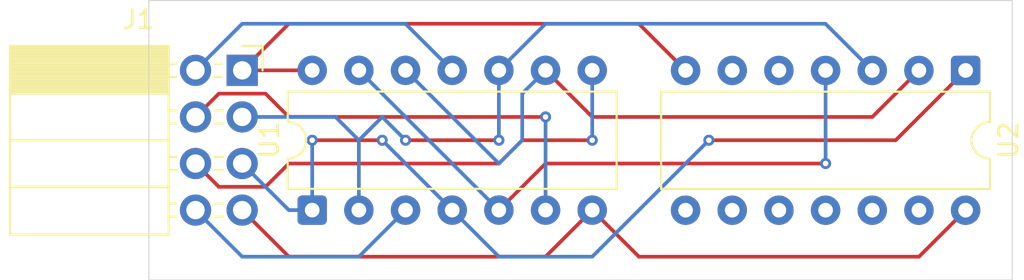
<source format=kicad_pcb>
(kicad_pcb (version 20241229) (generator "pcbnew") (generator_version "9.0")
  (layers (0 "F.Cu" signal) (2 "B.Cu" signal) (13 "F.Paste" user) (15 "B.Paste" user) (5 "F.SilkS" user "F.Silkscreen") (7 "B.SilkS" user "B.Silkscreen") (1 "F.Mask" user) (3 "B.Mask" user) (25 "Edge.Cuts" user))
  (net 0 "")
  (net 1 "Net-(J1-Pin_8)")
  (net 2 "Net-(J1-Pin_7)")
  (net 3 "Net-(J1-Pin_1)")
  (net 4 "Net-(J1-Pin_4)")
  (net 5 "Net-(J1-Pin_5)")
  (net 6 "Net-(J1-Pin_6)")
  (net 7 "Net-(J1-Pin_2)")
  (net 8 "Net-(J1-Pin_3)")
  (net 17 "Net-(U1-Pad13)")
  (net 18 "Net-(U1-Pad12)")
  (footprint "Connector_PinSocket_2.54mm:PinSocket_2x04_P2.54mm_Horizontal" (layer "F.Cu") (at 39.37 48.26)
    (property "Reference" "J1" (at -5.65 -2.77 0) (layer "F.SilkS"))
    (property "Value" "Conn_01x08_Socket")
    (fp_line (start -12.63 -1.33) (end -12.63 8.95) (stroke (width 0.12)) (layer "F.SilkS"))
    (fp_line (start -12.63 -1.33) (end -4 -1.33) (stroke (width 0.12)) (layer "F.SilkS"))
    (fp_line (start -12.63 -1.21) (end -4 -1.21) (stroke (width 0.12)) (layer "F.SilkS"))
    (fp_line (start -12.63 -1.091905) (end -4 -1.091905) (stroke (width 0.12)) (layer "F.SilkS"))
    (fp_line (start -12.63 -0.97381) (end -4 -0.97381) (stroke (width 0.12)) (layer "F.SilkS"))
    (fp_line (start -12.63 -0.855715) (end -4 -0.855715) (stroke (width 0.12)) (layer "F.SilkS"))
    (fp_line (start -12.63 -0.73762) (end -4 -0.73762) (stroke (width 0.12)) (layer "F.SilkS"))
    (fp_line (start -12.63 -0.619525) (end -4 -0.619525) (stroke (width 0.12)) (layer "F.SilkS"))
    (fp_line (start -12.63 -0.50143) (end -4 -0.50143) (stroke (width 0.12)) (layer "F.SilkS"))
    (fp_line (start -12.63 -0.383335) (end -4 -0.383335) (stroke (width 0.12)) (layer "F.SilkS"))
    (fp_line (start -12.63 -0.26524) (end -4 -0.26524) (stroke (width 0.12)) (layer "F.SilkS"))
    (fp_line (start -12.63 -0.147145) (end -4 -0.147145) (stroke (width 0.12)) (layer "F.SilkS"))
    (fp_line (start -12.63 -0.02905) (end -4 -0.02905) (stroke (width 0.12)) (layer "F.SilkS"))
    (fp_line (start -12.63 0.089045) (end -4 0.089045) (stroke (width 0.12)) (layer "F.SilkS"))
    (fp_line (start -12.63 0.20714) (end -4 0.20714) (stroke (width 0.12)) (layer "F.SilkS"))
    (fp_line (start -12.63 0.325235) (end -4 0.325235) (stroke (width 0.12)) (layer "F.SilkS"))
    (fp_line (start -12.63 0.44333) (end -4 0.44333) (stroke (width 0.12)) (layer "F.SilkS"))
    (fp_line (start -12.63 0.561425) (end -4 0.561425) (stroke (width 0.12)) (layer "F.SilkS"))
    (fp_line (start -12.63 0.67952) (end -4 0.67952) (stroke (width 0.12)) (layer "F.SilkS"))
    (fp_line (start -12.63 0.797615) (end -4 0.797615) (stroke (width 0.12)) (layer "F.SilkS"))
    (fp_line (start -12.63 0.91571) (end -4 0.91571) (stroke (width 0.12)) (layer "F.SilkS"))
    (fp_line (start -12.63 1.033805) (end -4 1.033805) (stroke (width 0.12)) (layer "F.SilkS"))
    (fp_line (start -12.63 1.1519) (end -4 1.1519) (stroke (width 0.12)) (layer "F.SilkS"))
    (fp_line (start -12.63 1.27) (end -4 1.27) (stroke (width 0.12)) (layer "F.SilkS"))
    (fp_line (start -12.63 3.81) (end -4 3.81) (stroke (width 0.12)) (layer "F.SilkS"))
    (fp_line (start -12.63 6.35) (end -4 6.35) (stroke (width 0.12)) (layer "F.SilkS"))
    (fp_line (start -12.63 8.95) (end -4 8.95) (stroke (width 0.12)) (layer "F.SilkS"))
    (fp_line (start -4 -1.33) (end -4 8.95) (stroke (width 0.12)) (layer "F.SilkS"))
    (fp_line (start -4 -0.36) (end -3.59 -0.36) (stroke (width 0.12)) (layer "F.SilkS"))
    (fp_line (start -4 0.36) (end -3.59 0.36) (stroke (width 0.12)) (layer "F.SilkS"))
    (fp_line (start -4 2.18) (end -3.59 2.18) (stroke (width 0.12)) (layer "F.SilkS"))
    (fp_line (start -4 2.9) (end -3.59 2.9) (stroke (width 0.12)) (layer "F.SilkS"))
    (fp_line (start -4 4.72) (end -3.59 4.72) (stroke (width 0.12)) (layer "F.SilkS"))
    (fp_line (start -4 5.44) (end -3.59 5.44) (stroke (width 0.12)) (layer "F.SilkS"))
    (fp_line (start -4 7.26) (end -3.59 7.26) (stroke (width 0.12)) (layer "F.SilkS"))
    (fp_line (start -4 7.98) (end -3.59 7.98) (stroke (width 0.12)) (layer "F.SilkS"))
    (fp_line (start -1.49 -0.36) (end -1.11 -0.36) (stroke (width 0.12)) (layer "F.SilkS"))
    (fp_line (start -1.49 0.36) (end -1.11 0.36) (stroke (width 0.12)) (layer "F.SilkS"))
    (fp_line (start -1.49 2.18) (end -1.05 2.18) (stroke (width 0.12)) (layer "F.SilkS"))
    (fp_line (start -1.49 2.9) (end -1.05 2.9) (stroke (width 0.12)) (layer "F.SilkS"))
    (fp_line (start -1.49 4.72) (end -1.05 4.72) (stroke (width 0.12)) (layer "F.SilkS"))
    (fp_line (start -1.49 5.44) (end -1.05 5.44) (stroke (width 0.12)) (layer "F.SilkS"))
    (fp_line (start -1.49 7.26) (end -1.05 7.26) (stroke (width 0.12)) (layer "F.SilkS"))
    (fp_line (start -1.49 7.98) (end -1.05 7.98) (stroke (width 0.12)) (layer "F.SilkS"))
    (fp_line (start 0 -1.33) (end 1.11 -1.33) (stroke (width 0.12)) (layer "F.SilkS"))
    (fp_line (start 1.11 -1.33) (end 1.11 0) (stroke (width 0.12)) (layer "F.SilkS"))
    (pad "1" thru_hole rect (at 0 0) (size 1.7 1.7) (drill 1) (layers "*.Cu" "*.Mask") (net 3 "Net-(J1-Pin_1)"))
    (pad "2" thru_hole circle (at -2.54 0) (size 1.7 1.7) (drill 1) (layers "*.Cu" "*.Mask") (net 7 "Net-(J1-Pin_2)"))
    (pad "3" thru_hole circle (at 0 2.54) (size 1.7 1.7) (drill 1) (layers "*.Cu" "*.Mask") (net 8 "Net-(J1-Pin_3)"))
    (pad "4" thru_hole circle (at -2.54 2.54) (size 1.7 1.7) (drill 1) (layers "*.Cu" "*.Mask") (net 4 "Net-(J1-Pin_4)"))
    (pad "5" thru_hole circle (at 0 5.08) (size 1.7 1.7) (drill 1) (layers "*.Cu" "*.Mask") (net 5 "Net-(J1-Pin_5)"))
    (pad "6" thru_hole circle (at -2.54 5.08) (size 1.7 1.7) (drill 1) (layers "*.Cu" "*.Mask") (net 6 "Net-(J1-Pin_6)"))
    (pad "7" thru_hole circle (at 0 7.62) (size 1.7 1.7) (drill 1) (layers "*.Cu" "*.Mask") (net 2 "Net-(J1-Pin_7)"))
    (pad "8" thru_hole circle (at -2.54 7.62) (size 1.7 1.7) (drill 1) (layers "*.Cu" "*.Mask") (net 1 "Net-(J1-Pin_8)"))
  )
  (footprint "Package_DIP:DIP-14_W7.62mm" (layer "F.Cu") (at 43.18 55.88 90)
    (property "Reference" "U1" (at 3.81 -2.33 90) (layer "F.SilkS"))
    (property "Value" "74LS08")
    (fp_line (start 6.46 -1.33) (end 4.81 -1.33) (stroke (width 0.12)) (layer "F.SilkS"))
    (fp_line (start 2.81 -1.33) (end 1.16 -1.33) (stroke (width 0.12)) (layer "F.SilkS"))
    (fp_line (start 1.16 -1.33) (end 1.16 16.57) (stroke (width 0.12)) (layer "F.SilkS"))
    (fp_line (start 6.46 16.57) (end 6.46 -1.33) (stroke (width 0.12)) (layer "F.SilkS"))
    (fp_line (start 1.16 16.57) (end 6.46 16.57) (stroke (width 0.12)) (layer "F.SilkS"))
    (fp_arc (start 4.81 -1.33) (mid 3.81 -0.33) (end 2.81 -1.33) (stroke (width 0.12)) (layer "F.SilkS"))
    (pad "1" thru_hole roundrect (at 0 0 90) (size 1.6 1.6) (drill 0.8) (layers "*.Cu" "*.Mask") (roundrect_rratio 0.15625) (net 5 "Net-(J1-Pin_5)"))
    (pad "2" thru_hole circle (at 0 2.54 90) (size 1.6 1.6) (drill 0.8) (layers "*.Cu" "*.Mask") (net 8 "Net-(J1-Pin_3)"))
    (pad "3" thru_hole circle (at 0 5.08 90) (size 1.6 1.6) (drill 0.8) (layers "*.Cu" "*.Mask") (net 1 "Net-(J1-Pin_8)"))
    (pad "4" thru_hole circle (at 0 7.62 90) (size 1.6 1.6) (drill 0.8) (layers "*.Cu" "*.Mask") (net 5 "Net-(J1-Pin_5)"))
    (pad "5" thru_hole circle (at 0 10.16 90) (size 1.6 1.6) (drill 0.8) (layers "*.Cu" "*.Mask") (net 17 "Net-(U1-Pad13)"))
    (pad "6" thru_hole circle (at 0 12.7 90) (size 1.6 1.6) (drill 0.8) (layers "*.Cu" "*.Mask") (net 4 "Net-(J1-Pin_4)"))
    (pad "7" thru_hole circle (at 0 15.24 90) (size 1.6 1.6) (drill 0.8) (layers "*.Cu" "*.Mask") (net 2 "Net-(J1-Pin_7)"))
    (pad "8" thru_hole circle (at 7.62 15.24 90) (size 1.6 1.6) (drill 0.8) (layers "*.Cu" "*.Mask") (net 6 "Net-(J1-Pin_6)"))
    (pad "9" thru_hole circle (at 7.62 12.7 90) (size 1.6 1.6) (drill 0.8) (layers "*.Cu" "*.Mask") (net 18 "Net-(U1-Pad12)"))
    (pad "10" thru_hole circle (at 7.62 10.16 90) (size 1.6 1.6) (drill 0.8) (layers "*.Cu" "*.Mask") (net 8 "Net-(J1-Pin_3)"))
    (pad "11" thru_hole circle (at 7.62 7.62 90) (size 1.6 1.6) (drill 0.8) (layers "*.Cu" "*.Mask") (net 7 "Net-(J1-Pin_2)"))
    (pad "12" thru_hole circle (at 7.62 5.08 90) (size 1.6 1.6) (drill 0.8) (layers "*.Cu" "*.Mask") (net 18 "Net-(U1-Pad12)"))
    (pad "13" thru_hole circle (at 7.62 2.54 90) (size 1.6 1.6) (drill 0.8) (layers "*.Cu" "*.Mask") (net 17 "Net-(U1-Pad13)"))
    (pad "14" thru_hole circle (at 7.62 0 90) (size 1.6 1.6) (drill 0.8) (layers "*.Cu" "*.Mask") (net 3 "Net-(J1-Pin_1)"))
  )
  (footprint "Package_DIP:DIP-14_W7.62mm" (layer "F.Cu") (at 78.74 48.265 -90)
    (property "Reference" "U2" (at 3.81 -2.33 90) (layer "F.SilkS"))
    (property "Value" "74LS04")
    (fp_line (start 1.16 16.57) (end 6.46 16.57) (stroke (width 0.12)) (layer "F.SilkS"))
    (fp_line (start 6.46 16.57) (end 6.46 -1.33) (stroke (width 0.12)) (layer "F.SilkS"))
    (fp_line (start 1.16 -1.33) (end 1.16 16.57) (stroke (width 0.12)) (layer "F.SilkS"))
    (fp_line (start 2.81 -1.33) (end 1.16 -1.33) (stroke (width 0.12)) (layer "F.SilkS"))
    (fp_line (start 6.46 -1.33) (end 4.81 -1.33) (stroke (width 0.12)) (layer "F.SilkS"))
    (fp_arc (start 4.81 -1.33) (mid 3.81 -0.33) (end 2.81 -1.33) (stroke (width 0.12)) (layer "F.SilkS"))
    (pad "1" thru_hole roundrect (at 0 0 270) (size 1.6 1.6) (drill 0.8) (layers "*.Cu" "*.Mask") (roundrect_rratio 0.15625) (net 5 "Net-(J1-Pin_5)"))
    (pad "2" thru_hole circle (at 0 2.54 270) (size 1.6 1.6) (drill 0.8) (layers "*.Cu" "*.Mask") (net 18 "Net-(U1-Pad12)"))
    (pad "3" thru_hole circle (at 0 5.08 270) (size 1.6 1.6) (drill 0.8) (layers "*.Cu" "*.Mask") (net 8 "Net-(J1-Pin_3)"))
    (pad "4" thru_hole circle (at 0 7.62 270) (size 1.6 1.6) (drill 0.8) (layers "*.Cu" "*.Mask") (net 17 "Net-(U1-Pad13)"))
    (pad "5" thru_hole circle (at 0 10.16 270) (size 1.6 1.6) (drill 0.8) (layers "*.Cu" "*.Mask"))
    (pad "6" thru_hole circle (at 0 12.7 270) (size 1.6 1.6) (drill 0.8) (layers "*.Cu" "*.Mask"))
    (pad "7" thru_hole circle (at 0 15.24 270) (size 1.6 1.6) (drill 0.8) (layers "*.Cu" "*.Mask") (net 3 "Net-(J1-Pin_1)"))
    (pad "8" thru_hole circle (at 7.62 15.24 270) (size 1.6 1.6) (drill 0.8) (layers "*.Cu" "*.Mask"))
    (pad "9" thru_hole circle (at 7.62 12.7 270) (size 1.6 1.6) (drill 0.8) (layers "*.Cu" "*.Mask"))
    (pad "10" thru_hole circle (at 7.62 10.16 270) (size 1.6 1.6) (drill 0.8) (layers "*.Cu" "*.Mask"))
    (pad "11" thru_hole circle (at 7.62 7.62 270) (size 1.6 1.6) (drill 0.8) (layers "*.Cu" "*.Mask"))
    (pad "12" thru_hole circle (at 7.62 5.08 270) (size 1.6 1.6) (drill 0.8) (layers "*.Cu" "*.Mask"))
    (pad "13" thru_hole circle (at 7.62 2.54 270) (size 1.6 1.6) (drill 0.8) (layers "*.Cu" "*.Mask"))
    (pad "14" thru_hole circle (at 7.62 0 270) (size 1.6 1.6) (drill 0.8) (layers "*.Cu" "*.Mask") (net 2 "Net-(J1-Pin_7)"))
  )
  (gr_rect (start 34.29 44.45) (end 81.28 59.69) (stroke (width 0.05)) (fill no) (layer "Edge.Cuts"))
  (segment (start 45.72 58.42) (end 48.26 55.88) (width 0.2) (layer "B.Cu") (net 1))
  (segment (start 39.37 58.42) (end 45.72 58.42) (width 0.2) (layer "B.Cu") (net 1))
  (segment (start 36.83 55.88) (end 39.37 58.42) (width 0.2) (layer "B.Cu") (net 1))
  (segment (start 41.91 58.42) (end 55.88 58.42) (width 0.2) (layer "F.Cu") (net 2))
  (segment (start 55.88 58.42) (end 58.42 55.88) (width 0.2) (layer "F.Cu") (net 2))
  (segment (start 76.205 58.42) (end 78.74 55.885) (width 0.2) (layer "F.Cu") (net 2))
  (segment (start 58.42 55.88) (end 60.96 58.42) (width 0.2) (layer "F.Cu") (net 2))
  (segment (start 60.96 58.42) (end 76.205 58.42) (width 0.2) (layer "F.Cu") (net 2))
  (segment (start 39.37 55.88) (end 41.91 58.42) (width 0.2) (layer "F.Cu") (net 2))
  (segment (start 60.96 45.725) (end 63.5 48.265) (width 0.2) (layer "F.Cu") (net 3))
  (segment (start 60.96 45.72) (end 60.96 45.725) (width 0.2) (layer "F.Cu") (net 3))
  (segment (start 43.18 48.26) (end 39.37 48.26) (width 0.2) (layer "F.Cu") (net 3))
  (segment (start 39.37 48.26) (end 41.91 45.72) (width 0.2) (layer "F.Cu") (net 3))
  (segment (start 41.91 45.72) (end 60.96 45.72) (width 0.2) (layer "F.Cu") (net 3))
  (segment (start 41.91 50.8) (end 55.88 50.8) (width 0.2) (layer "F.Cu") (net 4))
  (segment (start 38.1 49.53) (end 40.64 49.53) (width 0.2) (layer "F.Cu") (net 4))
  (segment (start 36.83 50.8) (end 38.1 49.53) (width 0.2) (layer "F.Cu") (net 4))
  (segment (start 40.64 49.53) (end 41.91 50.8) (width 0.2) (layer "F.Cu") (net 4))
  (via (at 55.88 50.8) (size 0.6) (drill 0.3) (layers "F.Cu" "B.Cu") (net 4))
  (segment (start 55.88 50.8) (end 55.88 55.88) (width 0.2) (layer "B.Cu") (net 4))
  (segment (start 43.18 52.07) (end 46.99 52.07) (width 0.2) (layer "F.Cu") (net 5))
  (segment (start 64.77 52.07) (end 74.935 52.07) (width 0.2) (layer "F.Cu") (net 5))
  (segment (start 74.935 52.07) (end 78.74 48.265) (width 0.2) (layer "F.Cu") (net 5))
  (via (at 46.99 52.07) (size 0.6) (drill 0.3) (layers "F.Cu" "B.Cu") (net 5))
  (via (at 64.77 52.07) (size 0.6) (drill 0.3) (layers "F.Cu" "B.Cu") (net 5))
  (via (at 43.18 52.07) (size 0.6) (drill 0.3) (layers "F.Cu" "B.Cu") (net 5))
  (segment (start 53.34 58.42) (end 58.42 58.42) (width 0.2) (layer "B.Cu") (net 5))
  (segment (start 58.42 58.42) (end 64.77 52.07) (width 0.2) (layer "B.Cu") (net 5))
  (segment (start 41.91 55.88) (end 43.18 55.88) (width 0.2) (layer "B.Cu") (net 5))
  (segment (start 43.18 55.88) (end 43.18 52.07) (width 0.2) (layer "B.Cu") (net 5))
  (segment (start 50.8 55.88) (end 46.99 52.07) (width 0.2) (layer "B.Cu") (net 5))
  (segment (start 50.8 55.88) (end 53.34 58.42) (width 0.2) (layer "B.Cu") (net 5))
  (segment (start 39.37 53.34) (end 41.91 55.88) (width 0.2) (layer "B.Cu") (net 5))
  (segment (start 40.64 54.61) (end 41.91 53.34) (width 0.2) (layer "F.Cu") (net 6))
  (segment (start 53.34 53.34) (end 54.61 52.07) (width 0.2) (layer "F.Cu") (net 6))
  (segment (start 36.83 53.34) (end 38.1 54.61) (width 0.2) (layer "F.Cu") (net 6))
  (segment (start 54.61 52.07) (end 58.42 52.07) (width 0.2) (layer "F.Cu") (net 6))
  (segment (start 38.1 54.61) (end 40.64 54.61) (width 0.2) (layer "F.Cu") (net 6))
  (segment (start 41.91 53.34) (end 53.34 53.34) (width 0.2) (layer "F.Cu") (net 6))
  (via (at 58.42 52.07) (size 0.6) (drill 0.3) (layers "F.Cu" "B.Cu") (net 6))
  (segment (start 58.42 52.07) (end 58.42 48.26) (width 0.2) (layer "B.Cu") (net 6))
  (segment (start 48.26 45.72) (end 50.8 48.26) (width 0.2) (layer "B.Cu") (net 7))
  (segment (start 39.37 45.72) (end 48.26 45.72) (width 0.2) (layer "B.Cu") (net 7))
  (segment (start 36.83 48.26) (end 39.37 45.72) (width 0.2) (layer "B.Cu") (net 7))
  (segment (start 52.07 52.07) (end 53.34 52.07) (width 0.2) (layer "F.Cu") (net 8))
  (segment (start 48.26 52.07) (end 52.07 52.07) (width 0.2) (layer "F.Cu") (net 8))
  (via (at 48.26 52.07) (size 0.6) (drill 0.3) (layers "F.Cu" "B.Cu") (net 8))
  (via (at 53.34 52.07) (size 0.6) (drill 0.3) (layers "F.Cu" "B.Cu") (net 8))
  (segment (start 45.72 52.07) (end 45.72 53.34) (width 0.2) (layer "B.Cu") (net 8))
  (segment (start 53.34 48.26) (end 55.88 45.72) (width 0.2) (layer "B.Cu") (net 8))
  (segment (start 71.115 45.72) (end 73.66 48.265) (width 0.2) (layer "B.Cu") (net 8))
  (segment (start 46.99 50.8) (end 48.26 52.07) (width 0.2) (layer "B.Cu") (net 8))
  (segment (start 45.72 52.07) (end 46.99 50.8) (width 0.2) (layer "B.Cu") (net 8))
  (segment (start 53.34 52.07) (end 53.34 48.26) (width 0.2) (layer "B.Cu") (net 8))
  (segment (start 45.72 52.07) (end 44.45 50.8) (width 0.2) (layer "B.Cu") (net 8))
  (segment (start 39.37 50.8) (end 44.45 50.8) (width 0.2) (layer "B.Cu") (net 8))
  (segment (start 55.88 45.72) (end 71.115 45.72) (width 0.2) (layer "B.Cu") (net 8))
  (segment (start 45.72 53.34) (end 45.72 55.88) (width 0.2) (layer "B.Cu") (net 8))
  (segment (start 53.34 55.88) (end 55.88 53.34) (width 0.2) (layer "F.Cu") (net 17))
  (segment (start 55.88 53.34) (end 71.12 53.34) (width 0.2) (layer "F.Cu") (net 17))
  (via (at 71.12 53.34) (size 0.6) (drill 0.3) (layers "F.Cu" "B.Cu") (net 17))
  (segment (start 71.12 53.34) (end 71.12 48.265) (width 0.2) (layer "B.Cu") (net 17))
  (segment (start 53.34 55.88) (end 45.72 48.26) (width 0.2) (layer "B.Cu") (net 17))
  (segment (start 73.665 50.8) (end 76.2 48.265) (width 0.2) (layer "F.Cu") (net 18))
  (segment (start 58.42 50.8) (end 73.665 50.8) (width 0.2) (layer "F.Cu") (net 18))
  (segment (start 55.88 48.26) (end 58.42 50.8) (width 0.2) (layer "F.Cu") (net 18))
  (segment (start 48.26 48.26) (end 53.34 53.34) (width 0.2) (layer "B.Cu") (net 18))
  (segment (start 54.61 49.53) (end 55.88 48.26) (width 0.2) (layer "B.Cu") (net 18))
  (segment (start 53.34 53.34) (end 54.61 52.07) (width 0.2) (layer "B.Cu") (net 18))
  (segment (start 54.61 52.07) (end 54.61 49.53) (width 0.2) (layer "B.Cu") (net 18))
)
</source>
